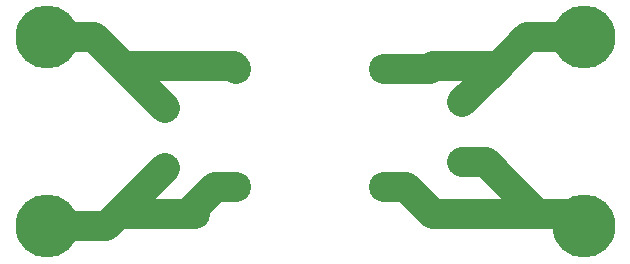
<source format=gbl>
G75*
%MOIN*%
%OFA0B0*%
%FSLAX25Y25*%
%IPPOS*%
%LPD*%
%AMOC8*
5,1,8,0,0,1.08239X$1,22.5*
%
%ADD10C,0.10000*%
%ADD11OC8,0.06300*%
%ADD12C,0.21000*%
%ADD13C,0.10000*%
D10*
X0064628Y0019313D03*
X0078368Y0028250D03*
X0127580Y0028250D03*
X0143761Y0019313D03*
X0127580Y0067620D03*
X0143761Y0068525D03*
X0078368Y0067620D03*
X0064628Y0068525D03*
D11*
X0054470Y0054628D03*
X0054470Y0034628D03*
X0153683Y0036360D03*
X0153683Y0056360D03*
D12*
X0015100Y0015100D03*
X0015100Y0078092D03*
X0194234Y0078092D03*
X0194234Y0015100D03*
D13*
X0190021Y0019313D01*
X0178486Y0019313D01*
X0161439Y0036360D01*
X0153683Y0036360D01*
X0143761Y0019313D02*
X0134824Y0028250D01*
X0127580Y0028250D01*
X0143761Y0019313D02*
X0178486Y0019313D01*
X0194234Y0015100D02*
X0196202Y0015100D01*
X0153683Y0056360D02*
X0164155Y0066832D01*
X0175415Y0078092D01*
X0194234Y0078092D01*
X0164155Y0066832D02*
X0162462Y0068525D01*
X0143761Y0068525D01*
X0142856Y0067620D01*
X0127580Y0067620D01*
X0078368Y0067620D02*
X0077462Y0068525D01*
X0040572Y0068525D01*
X0031006Y0078092D01*
X0015100Y0078092D01*
X0040572Y0068525D02*
X0054470Y0054628D01*
X0054470Y0034628D02*
X0039785Y0019943D01*
X0034943Y0015100D01*
X0015100Y0015100D01*
X0039785Y0019943D02*
X0040415Y0019313D01*
X0062344Y0019313D01*
X0071281Y0028250D01*
X0078368Y0028250D01*
X0064628Y0019313D02*
X0062344Y0019313D01*
M02*

</source>
